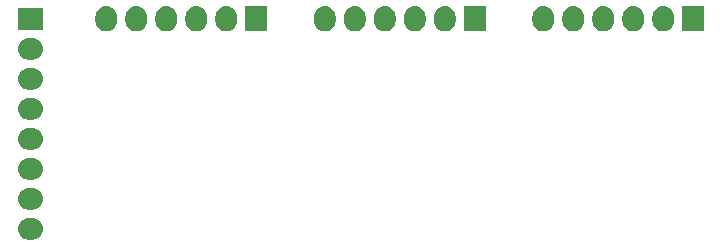
<source format=gbs>
G04 #@! TF.GenerationSoftware,KiCad,Pcbnew,(5.1.0-0)*
G04 #@! TF.CreationDate,2019-05-28T11:35:41+09:30*
G04 #@! TF.ProjectId,triax-loadwing,74726961-782d-46c6-9f61-6477696e672e,V1.0*
G04 #@! TF.SameCoordinates,Original*
G04 #@! TF.FileFunction,Soldermask,Bot*
G04 #@! TF.FilePolarity,Negative*
%FSLAX46Y46*%
G04 Gerber Fmt 4.6, Leading zero omitted, Abs format (unit mm)*
G04 Created by KiCad (PCBNEW (5.1.0-0)) date 2019-05-28 11:35:41*
%MOMM*%
%LPD*%
G04 APERTURE LIST*
%ADD10C,0.100000*%
G04 APERTURE END LIST*
D10*
G36*
X137331694Y-78878633D02*
G01*
X137504095Y-78930931D01*
X137662983Y-79015858D01*
X137802249Y-79130151D01*
X137916542Y-79269417D01*
X138001469Y-79428305D01*
X138053767Y-79600706D01*
X138071425Y-79780000D01*
X138053767Y-79959294D01*
X138001469Y-80131695D01*
X137916542Y-80290583D01*
X137802249Y-80429849D01*
X137662983Y-80544142D01*
X137504095Y-80629069D01*
X137331694Y-80681367D01*
X137197331Y-80694600D01*
X136802669Y-80694600D01*
X136668306Y-80681367D01*
X136495905Y-80629069D01*
X136337017Y-80544142D01*
X136197751Y-80429849D01*
X136083458Y-80290583D01*
X135998531Y-80131695D01*
X135946233Y-79959294D01*
X135928575Y-79780000D01*
X135946233Y-79600706D01*
X135998531Y-79428305D01*
X136083458Y-79269417D01*
X136197751Y-79130151D01*
X136337017Y-79015858D01*
X136495905Y-78930931D01*
X136668306Y-78878633D01*
X136802669Y-78865400D01*
X137197331Y-78865400D01*
X137331694Y-78878633D01*
X137331694Y-78878633D01*
G37*
G36*
X137331694Y-76338633D02*
G01*
X137504095Y-76390931D01*
X137662983Y-76475858D01*
X137802249Y-76590151D01*
X137916542Y-76729417D01*
X138001469Y-76888305D01*
X138053767Y-77060706D01*
X138071425Y-77240000D01*
X138053767Y-77419294D01*
X138001469Y-77591695D01*
X137916542Y-77750583D01*
X137802249Y-77889849D01*
X137662983Y-78004142D01*
X137504095Y-78089069D01*
X137331694Y-78141367D01*
X137197331Y-78154600D01*
X136802669Y-78154600D01*
X136668306Y-78141367D01*
X136495905Y-78089069D01*
X136337017Y-78004142D01*
X136197751Y-77889849D01*
X136083458Y-77750583D01*
X135998531Y-77591695D01*
X135946233Y-77419294D01*
X135928575Y-77240000D01*
X135946233Y-77060706D01*
X135998531Y-76888305D01*
X136083458Y-76729417D01*
X136197751Y-76590151D01*
X136337017Y-76475858D01*
X136495905Y-76390931D01*
X136668306Y-76338633D01*
X136802669Y-76325400D01*
X137197331Y-76325400D01*
X137331694Y-76338633D01*
X137331694Y-76338633D01*
G37*
G36*
X137331694Y-73798633D02*
G01*
X137504095Y-73850931D01*
X137662983Y-73935858D01*
X137802249Y-74050151D01*
X137916542Y-74189417D01*
X138001469Y-74348305D01*
X138053767Y-74520706D01*
X138071425Y-74700000D01*
X138053767Y-74879294D01*
X138001469Y-75051695D01*
X137916542Y-75210583D01*
X137802249Y-75349849D01*
X137662983Y-75464142D01*
X137504095Y-75549069D01*
X137331694Y-75601367D01*
X137197331Y-75614600D01*
X136802669Y-75614600D01*
X136668306Y-75601367D01*
X136495905Y-75549069D01*
X136337017Y-75464142D01*
X136197751Y-75349849D01*
X136083458Y-75210583D01*
X135998531Y-75051695D01*
X135946233Y-74879294D01*
X135928575Y-74700000D01*
X135946233Y-74520706D01*
X135998531Y-74348305D01*
X136083458Y-74189417D01*
X136197751Y-74050151D01*
X136337017Y-73935858D01*
X136495905Y-73850931D01*
X136668306Y-73798633D01*
X136802669Y-73785400D01*
X137197331Y-73785400D01*
X137331694Y-73798633D01*
X137331694Y-73798633D01*
G37*
G36*
X137331694Y-71258633D02*
G01*
X137504095Y-71310931D01*
X137662983Y-71395858D01*
X137802249Y-71510151D01*
X137916542Y-71649417D01*
X138001469Y-71808305D01*
X138053767Y-71980706D01*
X138071425Y-72160000D01*
X138053767Y-72339294D01*
X138001469Y-72511695D01*
X137916542Y-72670583D01*
X137802249Y-72809849D01*
X137662983Y-72924142D01*
X137504095Y-73009069D01*
X137331694Y-73061367D01*
X137197331Y-73074600D01*
X136802669Y-73074600D01*
X136668306Y-73061367D01*
X136495905Y-73009069D01*
X136337017Y-72924142D01*
X136197751Y-72809849D01*
X136083458Y-72670583D01*
X135998531Y-72511695D01*
X135946233Y-72339294D01*
X135928575Y-72160000D01*
X135946233Y-71980706D01*
X135998531Y-71808305D01*
X136083458Y-71649417D01*
X136197751Y-71510151D01*
X136337017Y-71395858D01*
X136495905Y-71310931D01*
X136668306Y-71258633D01*
X136802669Y-71245400D01*
X137197331Y-71245400D01*
X137331694Y-71258633D01*
X137331694Y-71258633D01*
G37*
G36*
X137331694Y-68718633D02*
G01*
X137504095Y-68770931D01*
X137662983Y-68855858D01*
X137802249Y-68970151D01*
X137916542Y-69109417D01*
X138001469Y-69268305D01*
X138053767Y-69440706D01*
X138071425Y-69620000D01*
X138053767Y-69799294D01*
X138001469Y-69971695D01*
X137916542Y-70130583D01*
X137802249Y-70269849D01*
X137662983Y-70384142D01*
X137504095Y-70469069D01*
X137331694Y-70521367D01*
X137197331Y-70534600D01*
X136802669Y-70534600D01*
X136668306Y-70521367D01*
X136495905Y-70469069D01*
X136337017Y-70384142D01*
X136197751Y-70269849D01*
X136083458Y-70130583D01*
X135998531Y-69971695D01*
X135946233Y-69799294D01*
X135928575Y-69620000D01*
X135946233Y-69440706D01*
X135998531Y-69268305D01*
X136083458Y-69109417D01*
X136197751Y-68970151D01*
X136337017Y-68855858D01*
X136495905Y-68770931D01*
X136668306Y-68718633D01*
X136802669Y-68705400D01*
X137197331Y-68705400D01*
X137331694Y-68718633D01*
X137331694Y-68718633D01*
G37*
G36*
X137331694Y-66178633D02*
G01*
X137504095Y-66230931D01*
X137662983Y-66315858D01*
X137802249Y-66430151D01*
X137916542Y-66569417D01*
X138001469Y-66728305D01*
X138053767Y-66900706D01*
X138071425Y-67080000D01*
X138053767Y-67259294D01*
X138001469Y-67431695D01*
X137916542Y-67590583D01*
X137802249Y-67729849D01*
X137662983Y-67844142D01*
X137504095Y-67929069D01*
X137331694Y-67981367D01*
X137197331Y-67994600D01*
X136802669Y-67994600D01*
X136668306Y-67981367D01*
X136495905Y-67929069D01*
X136337017Y-67844142D01*
X136197751Y-67729849D01*
X136083458Y-67590583D01*
X135998531Y-67431695D01*
X135946233Y-67259294D01*
X135928575Y-67080000D01*
X135946233Y-66900706D01*
X135998531Y-66728305D01*
X136083458Y-66569417D01*
X136197751Y-66430151D01*
X136337017Y-66315858D01*
X136495905Y-66230931D01*
X136668306Y-66178633D01*
X136802669Y-66165400D01*
X137197331Y-66165400D01*
X137331694Y-66178633D01*
X137331694Y-66178633D01*
G37*
G36*
X137331694Y-63638633D02*
G01*
X137504095Y-63690931D01*
X137662983Y-63775858D01*
X137802249Y-63890151D01*
X137916542Y-64029417D01*
X138001469Y-64188305D01*
X138053767Y-64360706D01*
X138071425Y-64540000D01*
X138053767Y-64719294D01*
X138001469Y-64891695D01*
X137916542Y-65050583D01*
X137802249Y-65189849D01*
X137662983Y-65304142D01*
X137504095Y-65389069D01*
X137331694Y-65441367D01*
X137197331Y-65454600D01*
X136802669Y-65454600D01*
X136668306Y-65441367D01*
X136495905Y-65389069D01*
X136337017Y-65304142D01*
X136197751Y-65189849D01*
X136083458Y-65050583D01*
X135998531Y-64891695D01*
X135946233Y-64719294D01*
X135928575Y-64540000D01*
X135946233Y-64360706D01*
X135998531Y-64188305D01*
X136083458Y-64029417D01*
X136197751Y-63890151D01*
X136337017Y-63775858D01*
X136495905Y-63690931D01*
X136668306Y-63638633D01*
X136802669Y-63625400D01*
X137197331Y-63625400D01*
X137331694Y-63638633D01*
X137331694Y-63638633D01*
G37*
G36*
X167179294Y-60946233D02*
G01*
X167351695Y-60998531D01*
X167510583Y-61083458D01*
X167649849Y-61197751D01*
X167764142Y-61337017D01*
X167849069Y-61495906D01*
X167901367Y-61668307D01*
X167914600Y-61802670D01*
X167914600Y-62197331D01*
X167901367Y-62331694D01*
X167849069Y-62504095D01*
X167764142Y-62662983D01*
X167649849Y-62802249D01*
X167510583Y-62916542D01*
X167351694Y-63001469D01*
X167179293Y-63053767D01*
X167000000Y-63071425D01*
X166820706Y-63053767D01*
X166648305Y-63001469D01*
X166489417Y-62916542D01*
X166350151Y-62802249D01*
X166235858Y-62662983D01*
X166150931Y-62504094D01*
X166098633Y-62331693D01*
X166085400Y-62197330D01*
X166085400Y-61802669D01*
X166098633Y-61668306D01*
X166150931Y-61495905D01*
X166235858Y-61337018D01*
X166350152Y-61197751D01*
X166489418Y-61083458D01*
X166648306Y-60998531D01*
X166820707Y-60946233D01*
X167000000Y-60928575D01*
X167179294Y-60946233D01*
X167179294Y-60946233D01*
G37*
G36*
X169719294Y-60946233D02*
G01*
X169891695Y-60998531D01*
X170050583Y-61083458D01*
X170189849Y-61197751D01*
X170304142Y-61337017D01*
X170389069Y-61495906D01*
X170441367Y-61668307D01*
X170454600Y-61802670D01*
X170454600Y-62197331D01*
X170441367Y-62331694D01*
X170389069Y-62504095D01*
X170304142Y-62662983D01*
X170189849Y-62802249D01*
X170050583Y-62916542D01*
X169891694Y-63001469D01*
X169719293Y-63053767D01*
X169540000Y-63071425D01*
X169360706Y-63053767D01*
X169188305Y-63001469D01*
X169029417Y-62916542D01*
X168890151Y-62802249D01*
X168775858Y-62662983D01*
X168690931Y-62504094D01*
X168638633Y-62331693D01*
X168625400Y-62197330D01*
X168625400Y-61802669D01*
X168638633Y-61668306D01*
X168690931Y-61495905D01*
X168775858Y-61337018D01*
X168890152Y-61197751D01*
X169029418Y-61083458D01*
X169188306Y-60998531D01*
X169360707Y-60946233D01*
X169540000Y-60928575D01*
X169719294Y-60946233D01*
X169719294Y-60946233D01*
G37*
G36*
X172259294Y-60946233D02*
G01*
X172431695Y-60998531D01*
X172590583Y-61083458D01*
X172729849Y-61197751D01*
X172844142Y-61337017D01*
X172929069Y-61495906D01*
X172981367Y-61668307D01*
X172994600Y-61802670D01*
X172994600Y-62197331D01*
X172981367Y-62331694D01*
X172929069Y-62504095D01*
X172844142Y-62662983D01*
X172729849Y-62802249D01*
X172590583Y-62916542D01*
X172431694Y-63001469D01*
X172259293Y-63053767D01*
X172080000Y-63071425D01*
X171900706Y-63053767D01*
X171728305Y-63001469D01*
X171569417Y-62916542D01*
X171430151Y-62802249D01*
X171315858Y-62662983D01*
X171230931Y-62504094D01*
X171178633Y-62331693D01*
X171165400Y-62197330D01*
X171165400Y-61802669D01*
X171178633Y-61668306D01*
X171230931Y-61495905D01*
X171315858Y-61337018D01*
X171430152Y-61197751D01*
X171569418Y-61083458D01*
X171728306Y-60998531D01*
X171900707Y-60946233D01*
X172080000Y-60928575D01*
X172259294Y-60946233D01*
X172259294Y-60946233D01*
G37*
G36*
X180599294Y-60946233D02*
G01*
X180771695Y-60998531D01*
X180930583Y-61083458D01*
X181069849Y-61197751D01*
X181184142Y-61337017D01*
X181269069Y-61495906D01*
X181321367Y-61668307D01*
X181334600Y-61802670D01*
X181334600Y-62197331D01*
X181321367Y-62331694D01*
X181269069Y-62504095D01*
X181184142Y-62662983D01*
X181069849Y-62802249D01*
X180930583Y-62916542D01*
X180771694Y-63001469D01*
X180599293Y-63053767D01*
X180420000Y-63071425D01*
X180240706Y-63053767D01*
X180068305Y-63001469D01*
X179909417Y-62916542D01*
X179770151Y-62802249D01*
X179655858Y-62662983D01*
X179570931Y-62504094D01*
X179518633Y-62331693D01*
X179505400Y-62197330D01*
X179505400Y-61802669D01*
X179518633Y-61668306D01*
X179570931Y-61495905D01*
X179655858Y-61337018D01*
X179770152Y-61197751D01*
X179909418Y-61083458D01*
X180068306Y-60998531D01*
X180240707Y-60946233D01*
X180420000Y-60928575D01*
X180599294Y-60946233D01*
X180599294Y-60946233D01*
G37*
G36*
X183139294Y-60946233D02*
G01*
X183311695Y-60998531D01*
X183470583Y-61083458D01*
X183609849Y-61197751D01*
X183724142Y-61337017D01*
X183809069Y-61495906D01*
X183861367Y-61668307D01*
X183874600Y-61802670D01*
X183874600Y-62197331D01*
X183861367Y-62331694D01*
X183809069Y-62504095D01*
X183724142Y-62662983D01*
X183609849Y-62802249D01*
X183470583Y-62916542D01*
X183311694Y-63001469D01*
X183139293Y-63053767D01*
X182960000Y-63071425D01*
X182780706Y-63053767D01*
X182608305Y-63001469D01*
X182449417Y-62916542D01*
X182310151Y-62802249D01*
X182195858Y-62662983D01*
X182110931Y-62504094D01*
X182058633Y-62331693D01*
X182045400Y-62197330D01*
X182045400Y-61802669D01*
X182058633Y-61668306D01*
X182110931Y-61495905D01*
X182195858Y-61337018D01*
X182310152Y-61197751D01*
X182449418Y-61083458D01*
X182608306Y-60998531D01*
X182780707Y-60946233D01*
X182960000Y-60928575D01*
X183139294Y-60946233D01*
X183139294Y-60946233D01*
G37*
G36*
X185679294Y-60946233D02*
G01*
X185851695Y-60998531D01*
X186010583Y-61083458D01*
X186149849Y-61197751D01*
X186264142Y-61337017D01*
X186349069Y-61495906D01*
X186401367Y-61668307D01*
X186414600Y-61802670D01*
X186414600Y-62197331D01*
X186401367Y-62331694D01*
X186349069Y-62504095D01*
X186264142Y-62662983D01*
X186149849Y-62802249D01*
X186010583Y-62916542D01*
X185851694Y-63001469D01*
X185679293Y-63053767D01*
X185500000Y-63071425D01*
X185320706Y-63053767D01*
X185148305Y-63001469D01*
X184989417Y-62916542D01*
X184850151Y-62802249D01*
X184735858Y-62662983D01*
X184650931Y-62504094D01*
X184598633Y-62331693D01*
X184585400Y-62197330D01*
X184585400Y-61802669D01*
X184598633Y-61668306D01*
X184650931Y-61495905D01*
X184735858Y-61337018D01*
X184850152Y-61197751D01*
X184989418Y-61083458D01*
X185148306Y-60998531D01*
X185320707Y-60946233D01*
X185500000Y-60928575D01*
X185679294Y-60946233D01*
X185679294Y-60946233D01*
G37*
G36*
X188219294Y-60946233D02*
G01*
X188391695Y-60998531D01*
X188550583Y-61083458D01*
X188689849Y-61197751D01*
X188804142Y-61337017D01*
X188889069Y-61495906D01*
X188941367Y-61668307D01*
X188954600Y-61802670D01*
X188954600Y-62197331D01*
X188941367Y-62331694D01*
X188889069Y-62504095D01*
X188804142Y-62662983D01*
X188689849Y-62802249D01*
X188550583Y-62916542D01*
X188391694Y-63001469D01*
X188219293Y-63053767D01*
X188040000Y-63071425D01*
X187860706Y-63053767D01*
X187688305Y-63001469D01*
X187529417Y-62916542D01*
X187390151Y-62802249D01*
X187275858Y-62662983D01*
X187190931Y-62504094D01*
X187138633Y-62331693D01*
X187125400Y-62197330D01*
X187125400Y-61802669D01*
X187138633Y-61668306D01*
X187190931Y-61495905D01*
X187275858Y-61337018D01*
X187390152Y-61197751D01*
X187529418Y-61083458D01*
X187688306Y-60998531D01*
X187860707Y-60946233D01*
X188040000Y-60928575D01*
X188219294Y-60946233D01*
X188219294Y-60946233D01*
G37*
G36*
X190759294Y-60946233D02*
G01*
X190931695Y-60998531D01*
X191090583Y-61083458D01*
X191229849Y-61197751D01*
X191344142Y-61337017D01*
X191429069Y-61495906D01*
X191481367Y-61668307D01*
X191494600Y-61802670D01*
X191494600Y-62197331D01*
X191481367Y-62331694D01*
X191429069Y-62504095D01*
X191344142Y-62662983D01*
X191229849Y-62802249D01*
X191090583Y-62916542D01*
X190931694Y-63001469D01*
X190759293Y-63053767D01*
X190580000Y-63071425D01*
X190400706Y-63053767D01*
X190228305Y-63001469D01*
X190069417Y-62916542D01*
X189930151Y-62802249D01*
X189815858Y-62662983D01*
X189730931Y-62504094D01*
X189678633Y-62331693D01*
X189665400Y-62197330D01*
X189665400Y-61802669D01*
X189678633Y-61668306D01*
X189730931Y-61495905D01*
X189815858Y-61337018D01*
X189930152Y-61197751D01*
X190069418Y-61083458D01*
X190228306Y-60998531D01*
X190400707Y-60946233D01*
X190580000Y-60928575D01*
X190759294Y-60946233D01*
X190759294Y-60946233D01*
G37*
G36*
X148679294Y-60946233D02*
G01*
X148851695Y-60998531D01*
X149010583Y-61083458D01*
X149149849Y-61197751D01*
X149264142Y-61337017D01*
X149349069Y-61495906D01*
X149401367Y-61668307D01*
X149414600Y-61802670D01*
X149414600Y-62197331D01*
X149401367Y-62331694D01*
X149349069Y-62504095D01*
X149264142Y-62662983D01*
X149149849Y-62802249D01*
X149010583Y-62916542D01*
X148851694Y-63001469D01*
X148679293Y-63053767D01*
X148500000Y-63071425D01*
X148320706Y-63053767D01*
X148148305Y-63001469D01*
X147989417Y-62916542D01*
X147850151Y-62802249D01*
X147735858Y-62662983D01*
X147650931Y-62504094D01*
X147598633Y-62331693D01*
X147585400Y-62197330D01*
X147585400Y-61802669D01*
X147598633Y-61668306D01*
X147650931Y-61495905D01*
X147735858Y-61337018D01*
X147850152Y-61197751D01*
X147989418Y-61083458D01*
X148148306Y-60998531D01*
X148320707Y-60946233D01*
X148500000Y-60928575D01*
X148679294Y-60946233D01*
X148679294Y-60946233D01*
G37*
G36*
X146139294Y-60946233D02*
G01*
X146311695Y-60998531D01*
X146470583Y-61083458D01*
X146609849Y-61197751D01*
X146724142Y-61337017D01*
X146809069Y-61495906D01*
X146861367Y-61668307D01*
X146874600Y-61802670D01*
X146874600Y-62197331D01*
X146861367Y-62331694D01*
X146809069Y-62504095D01*
X146724142Y-62662983D01*
X146609849Y-62802249D01*
X146470583Y-62916542D01*
X146311694Y-63001469D01*
X146139293Y-63053767D01*
X145960000Y-63071425D01*
X145780706Y-63053767D01*
X145608305Y-63001469D01*
X145449417Y-62916542D01*
X145310151Y-62802249D01*
X145195858Y-62662983D01*
X145110931Y-62504094D01*
X145058633Y-62331693D01*
X145045400Y-62197330D01*
X145045400Y-61802669D01*
X145058633Y-61668306D01*
X145110931Y-61495905D01*
X145195858Y-61337018D01*
X145310152Y-61197751D01*
X145449418Y-61083458D01*
X145608306Y-60998531D01*
X145780707Y-60946233D01*
X145960000Y-60928575D01*
X146139294Y-60946233D01*
X146139294Y-60946233D01*
G37*
G36*
X151219294Y-60946233D02*
G01*
X151391695Y-60998531D01*
X151550583Y-61083458D01*
X151689849Y-61197751D01*
X151804142Y-61337017D01*
X151889069Y-61495906D01*
X151941367Y-61668307D01*
X151954600Y-61802670D01*
X151954600Y-62197331D01*
X151941367Y-62331694D01*
X151889069Y-62504095D01*
X151804142Y-62662983D01*
X151689849Y-62802249D01*
X151550583Y-62916542D01*
X151391694Y-63001469D01*
X151219293Y-63053767D01*
X151040000Y-63071425D01*
X150860706Y-63053767D01*
X150688305Y-63001469D01*
X150529417Y-62916542D01*
X150390151Y-62802249D01*
X150275858Y-62662983D01*
X150190931Y-62504094D01*
X150138633Y-62331693D01*
X150125400Y-62197330D01*
X150125400Y-61802669D01*
X150138633Y-61668306D01*
X150190931Y-61495905D01*
X150275858Y-61337018D01*
X150390152Y-61197751D01*
X150529418Y-61083458D01*
X150688306Y-60998531D01*
X150860707Y-60946233D01*
X151040000Y-60928575D01*
X151219294Y-60946233D01*
X151219294Y-60946233D01*
G37*
G36*
X143599294Y-60946233D02*
G01*
X143771695Y-60998531D01*
X143930583Y-61083458D01*
X144069849Y-61197751D01*
X144184142Y-61337017D01*
X144269069Y-61495906D01*
X144321367Y-61668307D01*
X144334600Y-61802670D01*
X144334600Y-62197331D01*
X144321367Y-62331694D01*
X144269069Y-62504095D01*
X144184142Y-62662983D01*
X144069849Y-62802249D01*
X143930583Y-62916542D01*
X143771694Y-63001469D01*
X143599293Y-63053767D01*
X143420000Y-63071425D01*
X143240706Y-63053767D01*
X143068305Y-63001469D01*
X142909417Y-62916542D01*
X142770151Y-62802249D01*
X142655858Y-62662983D01*
X142570931Y-62504094D01*
X142518633Y-62331693D01*
X142505400Y-62197330D01*
X142505400Y-61802669D01*
X142518633Y-61668306D01*
X142570931Y-61495905D01*
X142655858Y-61337018D01*
X142770152Y-61197751D01*
X142909418Y-61083458D01*
X143068306Y-60998531D01*
X143240707Y-60946233D01*
X143420000Y-60928575D01*
X143599294Y-60946233D01*
X143599294Y-60946233D01*
G37*
G36*
X164639294Y-60946233D02*
G01*
X164811695Y-60998531D01*
X164970583Y-61083458D01*
X165109849Y-61197751D01*
X165224142Y-61337017D01*
X165309069Y-61495906D01*
X165361367Y-61668307D01*
X165374600Y-61802670D01*
X165374600Y-62197331D01*
X165361367Y-62331694D01*
X165309069Y-62504095D01*
X165224142Y-62662983D01*
X165109849Y-62802249D01*
X164970583Y-62916542D01*
X164811694Y-63001469D01*
X164639293Y-63053767D01*
X164460000Y-63071425D01*
X164280706Y-63053767D01*
X164108305Y-63001469D01*
X163949417Y-62916542D01*
X163810151Y-62802249D01*
X163695858Y-62662983D01*
X163610931Y-62504094D01*
X163558633Y-62331693D01*
X163545400Y-62197330D01*
X163545400Y-61802669D01*
X163558633Y-61668306D01*
X163610931Y-61495905D01*
X163695858Y-61337018D01*
X163810152Y-61197751D01*
X163949418Y-61083458D01*
X164108306Y-60998531D01*
X164280707Y-60946233D01*
X164460000Y-60928575D01*
X164639294Y-60946233D01*
X164639294Y-60946233D01*
G37*
G36*
X153759294Y-60946233D02*
G01*
X153931695Y-60998531D01*
X154090583Y-61083458D01*
X154229849Y-61197751D01*
X154344142Y-61337017D01*
X154429069Y-61495906D01*
X154481367Y-61668307D01*
X154494600Y-61802670D01*
X154494600Y-62197331D01*
X154481367Y-62331694D01*
X154429069Y-62504095D01*
X154344142Y-62662983D01*
X154229849Y-62802249D01*
X154090583Y-62916542D01*
X153931694Y-63001469D01*
X153759293Y-63053767D01*
X153580000Y-63071425D01*
X153400706Y-63053767D01*
X153228305Y-63001469D01*
X153069417Y-62916542D01*
X152930151Y-62802249D01*
X152815858Y-62662983D01*
X152730931Y-62504094D01*
X152678633Y-62331693D01*
X152665400Y-62197330D01*
X152665400Y-61802669D01*
X152678633Y-61668306D01*
X152730931Y-61495905D01*
X152815858Y-61337018D01*
X152930152Y-61197751D01*
X153069418Y-61083458D01*
X153228306Y-60998531D01*
X153400707Y-60946233D01*
X153580000Y-60928575D01*
X153759294Y-60946233D01*
X153759294Y-60946233D01*
G37*
G36*
X162099294Y-60946233D02*
G01*
X162271695Y-60998531D01*
X162430583Y-61083458D01*
X162569849Y-61197751D01*
X162684142Y-61337017D01*
X162769069Y-61495906D01*
X162821367Y-61668307D01*
X162834600Y-61802670D01*
X162834600Y-62197331D01*
X162821367Y-62331694D01*
X162769069Y-62504095D01*
X162684142Y-62662983D01*
X162569849Y-62802249D01*
X162430583Y-62916542D01*
X162271694Y-63001469D01*
X162099293Y-63053767D01*
X161920000Y-63071425D01*
X161740706Y-63053767D01*
X161568305Y-63001469D01*
X161409417Y-62916542D01*
X161270151Y-62802249D01*
X161155858Y-62662983D01*
X161070931Y-62504094D01*
X161018633Y-62331693D01*
X161005400Y-62197330D01*
X161005400Y-61802669D01*
X161018633Y-61668306D01*
X161070931Y-61495905D01*
X161155858Y-61337018D01*
X161270152Y-61197751D01*
X161409418Y-61083458D01*
X161568306Y-60998531D01*
X161740707Y-60946233D01*
X161920000Y-60928575D01*
X162099294Y-60946233D01*
X162099294Y-60946233D01*
G37*
G36*
X157034600Y-63067000D02*
G01*
X155205400Y-63067000D01*
X155205400Y-60933000D01*
X157034600Y-60933000D01*
X157034600Y-63067000D01*
X157034600Y-63067000D01*
G37*
G36*
X175534600Y-63067000D02*
G01*
X173705400Y-63067000D01*
X173705400Y-60933000D01*
X175534600Y-60933000D01*
X175534600Y-63067000D01*
X175534600Y-63067000D01*
G37*
G36*
X194034600Y-63067000D02*
G01*
X192205400Y-63067000D01*
X192205400Y-60933000D01*
X194034600Y-60933000D01*
X194034600Y-63067000D01*
X194034600Y-63067000D01*
G37*
G36*
X138067000Y-62914600D02*
G01*
X135933000Y-62914600D01*
X135933000Y-61085400D01*
X138067000Y-61085400D01*
X138067000Y-62914600D01*
X138067000Y-62914600D01*
G37*
M02*

</source>
